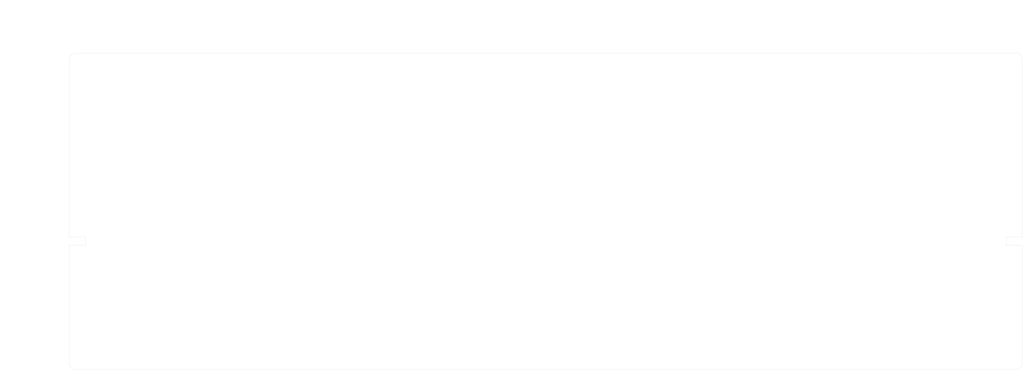
<source format=kicad_pcb>
(kicad_pcb (version 20221018) (generator pcbnew)
  (title_block (title "YM60 SwitchFoam") (date "2024-06-02") (rev "v1.0") (company "@ymkn"))
  (layers (0 "F.Cu" signal) (31 "B.Cu" signal) (34 "B.Paste" user) (35 "F.Paste" user) (36 "B.SilkS" user "B.Silkscreen") (37 "F.SilkS" user "F.Silkscreen") (38 "B.Mask" user) (39 "F.Mask" user) (44 "Edge.Cuts" user))
  (net 0 "")
  (footprint "ym60:SwitchPad_MountingHole" (layer "F.Cu") (at 355.6 76.125)
    (fp_text reference "REF**" hide)
    (fp_text value "SwitchPad_MountingHole" hide)
    (pad "" np_thru_hole circle (at 0 0) (size 7 7) (drill 7) (layers "F&B.Cu" "*.Mask"))
  )
  (footprint "ym60:SwitchPad_Stab_MX_3u" (layer "F.Cu") (at 223.8375 133.35 180)
    (fp_text reference "REF**" hide)
    (fp_text value "SwitchPad_Stab_MX_3u" hide)
    (pad "" np_thru_hole circle (at -19.05 -6.985 180) (size 3.4 3.4) (drill 3.4) (layers "F&B.Cu" "*.Mask"))
    (pad "" np_thru_hole circle (at -19.05 8.255 180) (size 4 4) (drill 4) (layers "F&B.Cu" "*.Mask"))
    (pad "" np_thru_hole circle (at 19.05 -6.985 180) (size 3.4 3.4) (drill 3.4) (layers "F&B.Cu" "*.Mask"))
    (pad "" np_thru_hole circle (at 19.05 8.255 180) (size 4 4) (drill 4) (layers "F&B.Cu" "*.Mask"))
  )
  (footprint "ym60:SwitchPad_MountingHole" (layer "F.Cu") (at 120.75 76.125)
    (fp_text reference "REF**" hide)
    (fp_text value "SwitchPad_MountingHole" hide)
    (pad "" np_thru_hole circle (at 0 0) (size 7 7) (drill 7) (layers "F&B.Cu" "*.Mask"))
  )
  (footprint "ym60:SwitchPad_Stab_MX_2u" (layer "F.Cu") (at 114.3 114.3)
    (fp_text reference "REF**" hide)
    (fp_text value "SwitchPad_Stab_MX_2u" hide)
    (pad "" np_thru_hole circle (at -11.90625 -6.985) (size 3.4 3.4) (drill 3.4) (layers "F&B.Cu" "*.Mask"))
    (pad "" np_thru_hole circle (at -11.90625 8.255) (size 4 4) (drill 4) (layers "F&B.Cu" "*.Mask"))
    (pad "" np_thru_hole circle (at 11.90625 -6.985) (size 3.4 3.4) (drill 3.4) (layers "F&B.Cu" "*.Mask"))
    (pad "" np_thru_hole circle (at 11.90625 8.255) (size 4 4) (drill 4) (layers "F&B.Cu" "*.Mask"))
  )
  (footprint "ym60:SwitchPad_Stab_MX_2u" (layer "F.Cu") (at 223.8375 133.35 180)
    (fp_text reference "REF**" hide)
    (fp_text value "SwitchPad_Stab_MX_2u" hide)
    (pad "" np_thru_hole circle (at -11.90625 -6.985 180) (size 3.4 3.4) (drill 3.4) (layers "F&B.Cu" "*.Mask"))
    (pad "" np_thru_hole circle (at -11.90625 8.255 180) (size 4 4) (drill 4) (layers "F&B.Cu" "*.Mask"))
    (pad "" np_thru_hole circle (at 11.90625 -6.985 180) (size 3.4 3.4) (drill 3.4) (layers "F&B.Cu" "*.Mask"))
    (pad "" np_thru_hole circle (at 11.90625 8.255 180) (size 4 4) (drill 4) (layers "F&B.Cu" "*.Mask"))
  )
  (footprint "ym60:SwitchPad_Stab_MX_ISO" (layer "F.Cu") (at 369.09375 85.725)
    (fp_text reference "REF**" hide)
    (fp_text value "SwitchPad_Stab_MX_ISO" hide)
    (pad "" np_thru_hole circle (at -6.985 -11.90625 90) (size 3.4 3.4) (drill 3.4) (layers "F&B.Cu" "*.Mask"))
    (pad "" np_thru_hole circle (at -6.985 11.90625 90) (size 3.4 3.4) (drill 3.4) (layers "F&B.Cu" "*.Mask"))
    (pad "" np_thru_hole circle (at 8.255 -11.90625 90) (size 4 4) (drill 4) (layers "F&B.Cu" "*.Mask"))
    (pad "" np_thru_hole circle (at 8.255 11.90625 90) (size 4 4) (drill 4) (layers "F&B.Cu" "*.Mask"))
  )
  (footprint "ym60:SwitchPad_Stab_MX_2u" (layer "F.Cu") (at 361.95 57.15)
    (fp_text reference "REF**" hide)
    (fp_text value "SwitchPad_Stab_MX_2u" hide)
    (pad "" np_thru_hole circle (at -11.90625 -6.985) (size 3.4 3.4) (drill 3.4) (layers "F&B.Cu" "*.Mask"))
    (pad "" np_thru_hole circle (at -11.90625 8.255) (size 4 4) (drill 4) (layers "F&B.Cu" "*.Mask"))
    (pad "" np_thru_hole circle (at 11.90625 -6.985) (size 3.4 3.4) (drill 3.4) (layers "F&B.Cu" "*.Mask"))
    (pad "" np_thru_hole circle (at 11.90625 8.255) (size 4 4) (drill 4) (layers "F&B.Cu" "*.Mask"))
  )
  (footprint "ym60:SwitchPad_Stab_MX_2.25u" (layer "F.Cu") (at 359.56875 95.25)
    (fp_text reference "REF**" hide)
    (fp_text value "SwitchPad_Stab_MX_2.25u" hide)
    (pad "" np_thru_hole circle (at -11.90625 -6.985) (size 3.4 3.4) (drill 3.4) (layers "F&B.Cu" "*.Mask"))
    (pad "" np_thru_hole circle (at -11.90625 8.255) (size 4 4) (drill 4) (layers "F&B.Cu" "*.Mask"))
    (pad "" np_thru_hole circle (at 11.90625 -6.985) (size 3.4 3.4) (drill 3.4) (layers "F&B.Cu" "*.Mask"))
    (pad "" np_thru_hole circle (at 11.90625 8.255) (size 4 4) (drill 4) (layers "F&B.Cu" "*.Mask"))
  )
  (footprint "ym60:SwitchPad_1u" (layer "B.Cu") (at 200.025 114.3 180)
    (fp_text reference "SW24" hide)
    (fp_text value "SW_Push" hide)
    (pad "" np_thru_hole circle (at -5.08 0 180) (size 1.8 1.8) (drill 1.8) (layers "F&B.Cu" "*.Mask"))
    (pad "" np_thru_hole circle (at 0 0 180) (size 4 4) (drill 4) (layers "F&B.Cu" "*.Mask"))
    (pad "" np_thru_hole circle (at 5.08 0 180) (size 1.8 1.8) (drill 1.8) (layers "F&B.Cu" "*.Mask"))
  )
  (footprint "ym60:SwitchPad_1u" (layer "B.Cu") (at 223.8375 133.35 180)
    (fp_text reference "SW29" hide)
    (fp_text value "Space" hide)
    (pad "" np_thru_hole circle (at -5.08 0 180) (size 1.8 1.8) (drill 1.8) (layers "F&B.Cu" "*.Mask"))
    (pad "" np_thru_hole circle (at 0 0 180) (size 4 4) (drill 4) (layers "F&B.Cu" "*.Mask"))
    (pad "" np_thru_hole circle (at 5.08 0 180) (size 1.8 1.8) (drill 1.8) (layers "F&B.Cu" "*.Mask"))
  )
  (footprint "ym60:SwitchPad_1u" (layer "B.Cu") (at 157.1625 95.25 180)
    (fp_text reference "SW13" hide)
    (fp_text value "SW_Push" hide)
    (pad "" np_thru_hole circle (at -5.08 0 180) (size 1.8 1.8) (drill 1.8) (layers "F&B.Cu" "*.Mask"))
    (pad "" np_thru_hole circle (at 0 0 180) (size 4 4) (drill 4) (layers "F&B.Cu" "*.Mask"))
    (pad "" np_thru_hole circle (at 5.08 0 180) (size 1.8 1.8) (drill 1.8) (layers "F&B.Cu" "*.Mask"))
  )
  (footprint "ym60:SwitchPad_1u" (layer "B.Cu") (at 323.85 76.2 180)
    (fp_text reference "SW54" hide)
    (fp_text value "SW_Push" hide)
    (pad "" np_thru_hole circle (at -5.08 0 180) (size 1.8 1.8) (drill 1.8) (layers "F&B.Cu" "*.Mask"))
    (pad "" np_thru_hole circle (at 0 0 180) (size 4 4) (drill 4) (layers "F&B.Cu" "*.Mask"))
    (pad "" np_thru_hole circle (at 5.08 0 180) (size 1.8 1.8) (drill 1.8) (layers "F&B.Cu" "*.Mask"))
  )
  (footprint "ym60:SwitchPad_1u" (layer "B.Cu") (at 209.55 76.2 180)
    (fp_text reference "SW26" hide)
    (fp_text value "SW_Push" hide)
    (pad "" np_thru_hole circle (at -5.08 0 180) (size 1.8 1.8) (drill 1.8) (layers "F&B.Cu" "*.Mask"))
    (pad "" np_thru_hole circle (at 0 0 180) (size 4 4) (drill 4) (layers "F&B.Cu" "*.Mask"))
    (pad "" np_thru_hole circle (at 5.08 0 180) (size 1.8 1.8) (drill 1.8) (layers "F&B.Cu" "*.Mask"))
  )
  (footprint "ym60:SwitchPad_1u" (layer "B.Cu") (at 276.225 114.3 180)
    (fp_text reference "SW41" hide)
    (fp_text value "SW_Push" hide)
    (pad "" np_thru_hole circle (at -5.08 0 180) (size 1.8 1.8) (drill 1.8) (layers "F&B.Cu" "*.Mask"))
    (pad "" np_thru_hole circle (at 0 0 180) (size 4 4) (drill 4) (layers "F&B.Cu" "*.Mask"))
    (pad "" np_thru_hole circle (at 5.08 0 180) (size 1.8 1.8) (drill 1.8) (layers "F&B.Cu" "*.Mask"))
  )
  (footprint "ym60:SwitchPad_1u" (layer "B.Cu") (at 161.925 57.15 180)
    (fp_text reference "SW16" hide)
    (fp_text value "SW_Push" hide)
    (pad "" np_thru_hole circle (at -5.08 0 180) (size 1.8 1.8) (drill 1.8) (layers "F&B.Cu" "*.Mask"))
    (pad "" np_thru_hole circle (at 0 0 180) (size 4 4) (drill 4) (layers "F&B.Cu" "*.Mask"))
    (pad "" np_thru_hole circle (at 5.08 0 180) (size 1.8 1.8) (drill 1.8) (layers "F&B.Cu" "*.Mask"))
  )
  (footprint "ym60:SwitchPad_1u" (layer "B.Cu") (at 238.125 114.3 180)
    (fp_text reference "SW33" hide)
    (fp_text value "SW_Push" hide)
    (pad "" np_thru_hole circle (at -5.08 0 180) (size 1.8 1.8) (drill 1.8) (layers "F&B.Cu" "*.Mask"))
    (pad "" np_thru_hole circle (at 0 0 180) (size 4 4) (drill 4) (layers "F&B.Cu" "*.Mask"))
    (pad "" np_thru_hole circle (at 5.08 0 180) (size 1.8 1.8) (drill 1.8) (layers "F&B.Cu" "*.Mask"))
  )
  (footprint "ym60:SwitchPad_1.25u" (layer "B.Cu") (at 159.54375 133.35 180)
    (fp_text reference "SW15" hide)
    (fp_text value "SW_Push" hide)
    (pad "" np_thru_hole circle (at -5.08 0 180) (size 1.8 1.8) (drill 1.8) (layers "F&B.Cu" "*.Mask"))
    (pad "" np_thru_hole circle (at 0 0 180) (size 4 4) (drill 4) (layers "F&B.Cu" "*.Mask"))
    (pad "" np_thru_hole circle (at 5.08 0 180) (size 1.8 1.8) (drill 1.8) (layers "F&B.Cu" "*.Mask"))
  )
  (footprint "ym60:SwitchPad_1u" (layer "B.Cu") (at 200.025 57.15 180)
    (fp_text reference "SW25" hide)
    (fp_text value "SW_Push" hide)
    (pad "" np_thru_hole circle (at -5.08 0 180) (size 1.8 1.8) (drill 1.8) (layers "F&B.Cu" "*.Mask"))
    (pad "" np_thru_hole circle (at 0 0 180) (size 4 4) (drill 4) (layers "F&B.Cu" "*.Mask"))
    (pad "" np_thru_hole circle (at 5.08 0 180) (size 1.8 1.8) (drill 1.8) (layers "F&B.Cu" "*.Mask"))
  )
  (footprint "ym60:SwitchPad_1u" (layer "B.Cu") (at 152.4 76.2 180)
    (fp_text reference "SW12" hide)
    (fp_text value "SW_Push" hide)
    (pad "" np_thru_hole circle (at -5.08 0 180) (size 1.8 1.8) (drill 1.8) (layers "F&B.Cu" "*.Mask"))
    (pad "" np_thru_hole circle (at 0 0 180) (size 4 4) (drill 4) (layers "F&B.Cu" "*.Mask"))
    (pad "" np_thru_hole circle (at 5.08 0 180) (size 1.8 1.8) (drill 1.8) (layers "F&B.Cu" "*.Mask"))
  )
  (footprint "ym60:SwitchPad_1.25u" (layer "B.Cu") (at 135.73125 133.35 180)
    (fp_text reference "SW10" hide)
    (fp_text value "SW_Push" hide)
    (pad "" np_thru_hole circle (at -5.08 0 180) (size 1.8 1.8) (drill 1.8) (layers "F&B.Cu" "*.Mask"))
    (pad "" np_thru_hole circle (at 0 0 180) (size 4 4) (drill 4) (layers "F&B.Cu" "*.Mask"))
    (pad "" np_thru_hole circle (at 5.08 0 180) (size 1.8 1.8) (drill 1.8) (layers "F&B.Cu" "*.Mask"))
  )
  (footprint "ym60:SwitchPad_1u" (layer "B.Cu") (at 176.2125 95.25 180)
    (fp_text reference "SW18" hide)
    (fp_text value "SW_Push" hide)
    (pad "" np_thru_hole circle (at -5.08 0 180) (size 1.8 1.8) (drill 1.8) (layers "F&B.Cu" "*.Mask"))
    (pad "" np_thru_hole circle (at 0 0 180) (size 4 4) (drill 4) (layers "F&B.Cu" "*.Mask"))
    (pad "" np_thru_hole circle (at 5.08 0 180) (size 1.8 1.8) (drill 1.8) (layers "F&B.Cu" "*.Mask"))
  )
  (footprint "ym60:SwitchPad_1u" (layer "B.Cu") (at 180.975 57.15 180)
    (fp_text reference "SW21" hide)
    (fp_text value "SW_Push" hide)
    (pad "" np_thru_hole circle (at -5.08 0 180) (size 1.8 1.8) (drill 1.8) (layers "F&B.Cu" "*.Mask"))
    (pad "" np_thru_hole circle (at 0 0 180) (size 4 4) (drill 4) (layers "F&B.Cu" "*.Mask"))
    (pad "" np_thru_hole circle (at 5.08 0 180) (size 1.8 1.8) (drill 1.8) (layers "F&B.Cu" "*.Mask"))
  )
  (footprint "ym60:SwitchPad_1u" (layer "B.Cu") (at 352.425 57.15 180)
    (fp_text reference "SW59" hide)
    (fp_text value "SW_Push" hide)
    (pad "" np_thru_hole circle (at -5.08 0 180) (size 1.8 1.8) (drill 1.8) (layers "F&B.Cu" "*.Mask"))
    (pad "" np_thru_hole circle (at 0 0 180) (size 4 4) (drill 4) (layers "F&B.Cu" "*.Mask"))
    (pad "" np_thru_hole circle (at 5.08 0 180) (size 1.8 1.8) (drill 1.8) (layers "F&B.Cu" "*.Mask"))
  )
  (footprint "ym60:SwitchPad_1.5u" (layer "B.Cu") (at 109.5375 133.35 180)
    (fp_text reference "SW5" hide)
    (fp_text value "SW_Push" hide)
    (pad "" np_thru_hole circle (at -5.08 0 180) (size 1.8 1.8) (drill 1.8) (layers "F&B.Cu" "*.Mask"))
    (pad "" np_thru_hole circle (at 0 0 180) (size 4 4) (drill 4) (layers "F&B.Cu" "*.Mask"))
    (pad "" np_thru_hole circle (at 5.08 0 180) (size 1.8 1.8) (drill 1.8) (layers "F&B.Cu" "*.Mask"))
  )
  (footprint "ym60:SwitchPad_1.5u" (layer "B.Cu") (at 366.7125 76.2)
    (fp_text reference "SW64" hide)
    (fp_text value "Backslash" hide)
    (pad "" np_thru_hole circle (at -5.08 0) (size 1.8 1.8) (drill 1.8) (layers "F&B.Cu" "*.Mask"))
    (pad "" np_thru_hole circle (at 0 0) (size 4 4) (drill 4) (layers "F&B.Cu" "*.Mask"))
    (pad "" np_thru_hole circle (at 5.08 0) (size 1.8 1.8) (drill 1.8) (layers "F&B.Cu" "*.Mask"))
  )
  (footprint "ym60:SwitchPad_1u" (layer "B.Cu") (at 219.075 114.3 180)
    (fp_text reference "SW28" hide)
    (fp_text value "SW_Push" hide)
    (pad "" np_thru_hole circle (at -5.08 0 180) (size 1.8 1.8) (drill 1.8) (layers "F&B.Cu" "*.Mask"))
    (pad "" np_thru_hole circle (at 0 0 180) (size 4 4) (drill 4) (layers "F&B.Cu" "*.Mask"))
    (pad "" np_thru_hole circle (at 5.08 0 180) (size 1.8 1.8) (drill 1.8) (layers "F&B.Cu" "*.Mask"))
  )
  (footprint "ym60:SwitchPad_1.75u" (layer "B.Cu") (at 111.91875 95.25 180)
    (fp_text reference "SW3" hide)
    (fp_text value "SW_Push" hide)
    (pad "" np_thru_hole circle (at -5.08 0 180) (size 1.8 1.8) (drill 1.8) (layers "F&B.Cu" "*.Mask"))
    (pad "" np_thru_hole circle (at 0 0 180) (size 4 4) (drill 4) (layers "F&B.Cu" "*.Mask"))
    (pad "" np_thru_hole circle (at 5.08 0 180) (size 1.8 1.8) (drill 1.8) (layers "F&B.Cu" "*.Mask"))
  )
  (footprint "ym60:SwitchPad_1u" (layer "B.Cu") (at 271.4625 95.25 180)
    (fp_text reference "SW40" hide)
    (fp_text value "SW_Push" hide)
    (pad "" np_thru_hole circle (at -5.08 0 180) (size 1.8 1.8) (drill 1.8) (layers "F&B.Cu" "*.Mask"))
    (pad "" np_thru_hole circle (at 0 0 180) (size 4 4) (drill 4) (layers "F&B.Cu" "*.Mask"))
    (pad "" np_thru_hole circle (at 5.08 0 180) (size 1.8 1.8) (drill 1.8) (layers "F&B.Cu" "*.Mask"))
  )
  (footprint "ym60:SwitchPad_1.25u" (layer "B.Cu") (at 288.13125 133.35 180)
    (fp_text reference "SW47" hide)
    (fp_text value "SW_Push" hide)
    (pad "" np_thru_hole circle (at -5.08 0 180) (size 1.8 1.8) (drill 1.8) (layers "F&B.Cu" "*.Mask"))
    (pad "" np_thru_hole circle (at 0 0 180) (size 4 4) (drill 4) (layers "F&B.Cu" "*.Mask"))
    (pad "" np_thru_hole circle (at 5.08 0 180) (size 1.8 1.8) (drill 1.8) (layers "F&B.Cu" "*.Mask"))
  )
  (footprint "ym60:SwitchPad_1u" (layer "B.Cu") (at 180.975 114.3 180)
    (fp_text reference "SW19" hide)
    (fp_text value "SW_Push" hide)
    (pad "" np_thru_hole circle (at -5.08 0 180) (size 1.8 1.8) (drill 1.8) (layers "F&B.Cu" "*.Mask"))
    (pad "" np_thru_hole circle (at 0 0 180) (size 4 4) (drill 4) (layers "F&B.Cu" "*.Mask"))
    (pad "" np_thru_hole circle (at 5.08 0 180) (size 1.8 1.8) (drill 1.8) (layers "F&B.Cu" "*.Mask"))
  )
  (footprint "ym60:SwitchPad_1u" (layer "B.Cu") (at 371.475 114.3 180)
    (fp_text reference "SW66" hide)
    (fp_text value "SW_Push" hide)
    (pad "" np_thru_hole circle (at -5.08 0 180) (size 1.8 1.8) (drill 1.8) (layers "F&B.Cu" "*.Mask"))
    (pad "" np_thru_hole circle (at 0 0 180) (size 4 4) (drill 4) (layers "F&B.Cu" "*.Mask"))
    (pad "" np_thru_hole circle (at 5.08 0 180) (size 1.8 1.8) (drill 1.8) (layers "F&B.Cu" "*.Mask"))
  )
  (footprint "ym60:SwitchPad_1u" (layer "B.Cu") (at 252.4125 95.25 180)
    (fp_text reference "SW36" hide)
    (fp_text value "SW_Push" hide)
    (pad "" np_thru_hole circle (at -5.08 0 180) (size 1.8 1.8) (drill 1.8) (layers "F&B.Cu" "*.Mask"))
    (pad "" np_thru_hole circle (at 0 0 180) (size 4 4) (drill 4) (layers "F&B.Cu" "*.Mask"))
    (pad "" np_thru_hole circle (at 5.08 0 180) (size 1.8 1.8) (drill 1.8) (layers "F&B.Cu" "*.Mask"))
  )
  (footprint "ym60:SwitchPad_1u" (layer "B.Cu") (at 328.6125 95.25 180)
    (fp_text reference "SW55" hide)
    (fp_text value "SW_Push" hide)
    (pad "" np_thru_hole circle (at -5.08 0 180) (size 1.8 1.8) (drill 1.8) (layers "F&B.Cu" "*.Mask"))
    (pad "" np_thru_hole circle (at 0 0 180) (size 4 4) (drill 4) (layers "F&B.Cu" "*.Mask"))
    (pad "" np_thru_hole circle (at 5.08 0 180) (size 1.8 1.8) (drill 1.8) (layers "F&B.Cu" "*.Mask"))
  )
  (footprint "ym60:SwitchPad_1u" (layer "B.Cu") (at 123.825 57.15)
    (fp_text reference "SW6" hide)
    (fp_text value "SW_Push" hide)
    (pad "" np_thru_hole circle (at -5.08 0) (size 1.8 1.8) (drill 1.8) (layers "F&B.Cu" "*.Mask"))
    (pad "" np_thru_hole circle (at 0 0) (size 4 4) (drill 4) (layers "F&B.Cu" "*.Mask"))
    (pad "" np_thru_hole circle (at 5.08 0) (size 1.8 1.8) (drill 1.8) (layers "F&B.Cu" "*.Mask"))
  )
  (footprint "ym60:SwitchPad_1u" (layer "B.Cu") (at 347.6625 95.25 180)
    (fp_text reference "SW59" hide)
    (fp_text value "SW_Push" hide)
    (pad "" np_thru_hole circle (at -5.08 0 180) (size 1.8 1.8) (drill 1.8) (layers "F&B.Cu" "*.Mask"))
    (pad "" np_thru_hole circle (at 0 0 180) (size 4 4) (drill 4) (layers "F&B.Cu" "*.Mask"))
    (pad "" np_thru_hole circle (at 5.08 0 180) (size 1.8 1.8) (drill 1.8) (layers "F&B.Cu" "*.Mask"))
  )
  (footprint "ym60:SwitchPad_1u" (layer "B.Cu") (at 247.65 76.2 180)
    (fp_text reference "SW35" hide)
    (fp_text value "SW_Push" hide)
    (pad "" np_thru_hole circle (at -5.08 0 180) (size 1.8 1.8) (drill 1.8) (layers "F&B.Cu" "*.Mask"))
    (pad "" np_thru_hole circle (at 0 0 180) (size 4 4) (drill 4) (layers "F&B.Cu" "*.Mask"))
    (pad "" np_thru_hole circle (at 5.08 0 180) (size 1.8 1.8) (drill 1.8) (layers "F&B.Cu" "*.Mask"))
  )
  (footprint "ym60:SwitchPad_1u" (layer "B.Cu") (at 276.225 57.15 180)
    (fp_text reference "SW43" hide)
    (fp_text value "SW_Push" hide)
    (pad "" np_thru_hole circle (at -5.08 0 180) (size 1.8 1.8) (drill 1.8) (layers "F&B.Cu" "*.Mask"))
    (pad "" np_thru_hole circle (at 0 0 180) (size 4 4) (drill 4) (layers "F&B.Cu" "*.Mask"))
    (pad "" np_thru_hole circle (at 5.08 0 180) (size 1.8 1.8) (drill 1.8) (layers "F&B.Cu" "*.Mask"))
  )
  (footprint "ym60:SwitchPad_1u" (layer "B.Cu") (at 171.45 76.2 180)
    (fp_text reference "SW17" hide)
    (fp_text value "SW_Push" hide)
    (pad "" np_thru_hole circle (at -5.08 0 180) (size 1.8 1.8) (drill 1.8) (layers "F&B.Cu" "*.Mask"))
    (pad "" np_thru_hole circle (at 0 0 180) (size 4 4) (drill 4) (layers "F&B.Cu" "*.Mask"))
    (pad "" np_thru_hole circle (at 5.08 0 180) (size 1.8 1.8) (drill 1.8) (layers "F&B.Cu" "*.Mask"))
  )
  (footprint "ym60:SwitchPad_1.25u" (layer "B.Cu") (at 311.94375 133.35 180)
    (fp_text reference "SW52" hide)
    (fp_text value "SW_Push" hide)
    (pad "" np_thru_hole circle (at -5.08 0 180) (size 1.8 1.8) (drill 1.8) (layers "F&B.Cu" "*.Mask"))
    (pad "" np_thru_hole circle (at 0 0 180) (size 4 4) (drill 4) (layers "F&B.Cu" "*.Mask"))
    (pad "" np_thru_hole circle (at 5.08 0 180) (size 1.8 1.8) (drill 1.8) (layers "F&B.Cu" "*.Mask"))
  )
  (footprint "ym60:SwitchPad_1u" (layer "B.Cu") (at 342.9 76.2 180)
    (fp_text reference "SW59" hide)
    (fp_text value "SW_Push" hide)
    (pad "" np_thru_hole circle (at -5.08 0 180) (size 1.8 1.8) (drill 1.8) (layers "F&B.Cu" "*.Mask"))
    (pad "" np_thru_hole circle (at 0 0 180) (size 4 4) (drill 4) (layers "F&B.Cu" "*.Mask"))
    (pad "" np_thru_hole circle (at 5.08 0 180) (size 1.8 1.8) (drill 1.8) (layers "F&B.Cu" "*.Mask"))
  )
  (footprint "ym60:SwitchPad_1u" (layer "B.Cu") (at 371.475 57.15 180)
    (fp_text reference "SW59" hide)
    (fp_text value "SW_Push" hide)
    (pad "" np_thru_hole circle (at -5.08 0 180) (size 1.8 1.8) (drill 1.8) (layers "F&B.Cu" "*.Mask"))
    (pad "" np_thru_hole circle (at 0 0 180) (size 4 4) (drill 4) (layers "F&B.Cu" "*.Mask"))
    (pad "" np_thru_hole circle (at 5.08 0 180) (size 1.8 1.8) (drill 1.8) (layers "F&B.Cu" "*.Mask"))
  )
  (footprint "ym60:SwitchPad_1u" (layer "B.Cu") (at 219.075 57.15 180)
    (fp_text reference "SW30" hide)
    (fp_text value "SW_Push" hide)
    (pad "" np_thru_hole circle (at -5.08 0 180) (size 1.8 1.8) (drill 1.8) (layers "F&B.Cu" "*.Mask"))
    (pad "" np_thru_hole circle (at 0 0 180) (size 4 4) (drill 4) (layers "F&B.Cu" "*.Mask"))
    (pad "" np_thru_hole circle (at 5.08 0 180) (size 1.8 1.8) (drill 1.8) (layers "F&B.Cu" "*.Mask"))
  )
  (footprint "ym60:SwitchPad_1u" (layer "B.Cu") (at 114.3 114.3 180)
    (fp_text reference "SW4" hide)
    (fp_text value "SW_Push" hide)
    (pad "" np_thru_hole circle (at -5.08 0 180) (size 1.8 1.8) (drill 1.8) (layers "F&B.Cu" "*.Mask"))
    (pad "" np_thru_hole circle (at 0 0 180) (size 4 4) (drill 4) (layers "F&B.Cu" "*.Mask"))
    (pad "" np_thru_hole circle (at 5.08 0 180) (size 1.8 1.8) (drill 1.8) (layers "F&B.Cu" "*.Mask"))
  )
  (footprint "ym60:SwitchPad_1.5u" (layer "B.Cu") (at 109.5375 76.2 180)
    (fp_text reference "SW2" hide)
    (fp_text value "SW_Push" hide)
    (pad "" np_thru_hole circle (at -5.08 0 180) (size 1.8 1.8) (drill 1.8) (layers "F&B.Cu" "*.Mask"))
    (pad "" np_thru_hole circle (at 0 0 180) (size 4 4) (drill 4) (layers "F&B.Cu" "*.Mask"))
    (pad "" np_thru_hole circle (at 5.08 0 180) (size 1.8 1.8) (drill 1.8) (layers "F&B.Cu" "*.Mask"))
  )
  (footprint "ym60:SwitchPad_1u" (layer "B.Cu") (at 333.375 57.15 180)
    (fp_text reference "SW58" hide)
    (fp_text value "SW_Push" hide)
    (pad "" np_thru_hole circle (at -5.08 0 180) (size 1.8 1.8) (drill 1.8) (layers "F&B.Cu" "*.Mask"))
    (pad "" np_thru_hole circle (at 0 0 180) (size 4 4) (drill 4) (layers "F&B.Cu" "*.Mask"))
    (pad "" np_thru_hole circle (at 5.08 0 180) (size 1.8 1.8) (drill 1.8) (layers "F&B.Cu" "*.Mask"))
  )
  (footprint "ym60:SwitchPad_1u" (layer "B.Cu") (at 257.175 57.15 180)
    (fp_text reference "SW38" hide)
    (fp_text value "SW_Push" hide)
    (pad "" np_thru_hole circle (at -5.08 0 180) (size 1.8 1.8) (drill 1.8) (layers "F&B.Cu" "*.Mask"))
    (pad "" np_thru_hole circle (at 0 0 180) (size 4 4) (drill 4) (layers "F&B.Cu" "*.Mask"))
    (pad "" np_thru_hole circle (at 5.08 0 180) (size 1.8 1.8) (drill 1.8) (layers "F&B.Cu" "*.Mask"))
  )
  (footprint "ym60:SwitchPad_1u" (layer "B.Cu") (at 161.925 114.3 180)
    (fp_text reference "SW14" hide)
    (fp_text value "SW_Push" hide)
    (pad "" np_thru_hole circle (at -5.08 0 180) (size 1.8 1.8) (drill 1.8) (layers "F&B.Cu" "*.Mask"))
    (pad "" np_thru_hole circle (at 0 0 180) (size 4 4) (drill 4) (layers "F&B.Cu" "*.Mask"))
    (pad "" np_thru_hole circle (at 5.08 0 180) (size 1.8 1.8) (drill 1.8) (layers "F&B.Cu" "*.Mask"))
  )
  (footprint "ym60:SwitchPad_1u" (layer "B.Cu") (at 142.875 114.3 180)
    (fp_text reference "SW9" hide)
    (fp_text value "SW_Push" hide)
    (pad "" np_thru_hole circle (at -5.08 0 180) (size 1.8 1.8) (drill 1.8) (layers "F&B.Cu" "*.Mask"))
    (pad "" np_thru_hole circle (at 0 0 180) (size 4 4) (drill 4) (layers "F&B.Cu" "*.Mask"))
    (pad "" np_thru_hole circle (at 5.08 0 180) (size 1.8 1.8) (drill 1.8) (layers "F&B.Cu" "*.Mask"))
  )
  (footprint "ym60:SwitchPad_1u" (layer "B.Cu") (at 133.35 76.2 180)
    (fp_text reference "SW7" hide)
    (fp_text value "SW_Push" hide)
    (pad "" np_thru_hole circle (at -5.08 0 180) (size 1.8 1.8) (drill 1.8) (layers "F&B.Cu" "*.Mask"))
    (pad "" np_thru_hole circle (at 0 0 180) (size 4 4) (drill 4) (layers "F&B.Cu" "*.Mask"))
    (pad "" np_thru_hole circle (at 5.08 0 180) (size 1.8 1.8) (drill 1.8) (layers "F&B.Cu" "*.Mask"))
  )
  (footprint "ym60:SwitchPad_1u" (layer "B.Cu") (at 359.56875 95.325 180)
    (fp_text reference "SW65" hide)
    (fp_text value "Enter" hide)
    (pad "" np_thru_hole circle (at -5.08 0 180) (size 1.8 1.8) (drill 1.8) (layers "F&B.Cu" "*.Mask"))
    (pad "" np_thru_hole circle (at 0 0 180) (size 4 4) (drill 4) (layers "F&B.Cu" "*.Mask"))
    (pad "" np_thru_hole circle (at 5.08 0 180) (size 1.8 1.8) (drill 1.8) (layers "F&B.Cu" "*.Mask"))
  )
  (footprint "ym60:SwitchPad_1u" (layer "B.Cu") (at 238.125 57.15 180)
    (fp_text reference "SW34" hide)
    (fp_text value "SW_Push" hide)
    (pad "" np_thru_hole circle (at -5.08 0 180) (size 1.8 1.8) (drill 1.8) (layers "F&B.Cu" "*.Mask"))
    (pad "" np_thru_hole circle (at 0 0 180) (size 4 4) (drill 4) (layers "F&B.Cu" "*.Mask"))
    (pad "" np_thru_hole circle (at 5.08 0 180) (size 1.8 1.8) (drill 1.8) (layers "F&B.Cu" "*.Mask"))
  )
  (footprint "ym60:SwitchPad_1u" (layer "B.Cu") (at 352.425 133.35 180)
    (fp_text reference "SW62" hide)
    (fp_text value "SW_Push" hide)
    (pad "" np_thru_hole circle (at -5.08 0 180) (size 1.8 1.8) (drill 1.8) (layers "F&B.Cu" "*.Mask"))
    (pad "" np_thru_hole circle (at 0 0 180) (size 4 4) (drill 4) (layers "F&B.Cu" "*.Mask"))
    (pad "" np_thru_hole circle (at 5.08 0 180) (size 1.8 1.8) (drill 1.8) (layers "F&B.Cu" "*.Mask"))
  )
  (footprint "ym60:SwitchPad_1u" (layer "B.Cu") (at 190.5 76.2 180)
    (fp_text reference "SW22" hide)
    (fp_text value "SW_Push" hide)
    (pad "" np_thru_hole circle (at -5.08 0 180) (size 1.8 1.8) (drill 1.8) (layers "F&B.Cu" "*.Mask"))
    (pad "" np_thru_hole circle (at 0 0 180) (size 4 4) (drill 4) (layers "F&B.Cu" "*.Mask"))
    (pad "" np_thru_hole circle (at 5.08 0 180) (size 1.8 1.8) (drill 1.8) (layers "F&B.Cu" "*.Mask"))
  )
  (footprint "ym60:SwitchPad_1u" (layer "B.Cu") (at 304.8 76.2 180)
    (fp_text reference "SW49" hide)
    (fp_text value "SW_Push" hide)
    (pad "" np_thru_hole circle (at -5.08 0 180) (size 1.8 1.8) (drill 1.8) (layers "F&B.Cu" "*.Mask"))
    (pad "" np_thru_hole circle (at 0 0 180) (size 4 4) (drill 4) (layers "F&B.Cu" "*.Mask"))
    (pad "" np_thru_hole circle (at 5.08 0 180) (size 1.8 1.8) (drill 1.8) (layers "F&B.Cu" "*.Mask"))
  )
  (footprint "ym60:SwitchPad_1u" (layer "B.Cu") (at 257.175 114.3 180)
    (fp_text reference "SW37" hide)
    (fp_text value "SW_Push" hide)
    (pad "" np_thru_hole circle (at -5.08 0 180) (size 1.8 1.8) (drill 1.8) (layers "F&B.Cu" "*.Mask"))
    (pad "" np_thru_hole circle (at 0 0 180) (size 4 4) (drill 4) (layers "F&B.Cu" "*.Mask"))
    (pad "" np_thru_hole circle (at 5.08 0 180) (size 1.8 1.8) (drill 1.8) (layers "F&B.Cu" "*.Mask"))
  )
  (footprint "ym60:SwitchPad_1u" (layer "B.Cu") (at 104.775 57.15)
    (fp_text reference "SW1" hide)
    (fp_text value "SW_Push" hide)
    (pad "" np_thru_hole circle (at -5.08 0) (size 1.8 1.8) (drill 1.8) (layers "F&B.Cu" "*.Mask"))
    (pad "" np_thru_hole circle (at 0 0) (size 4 4) (drill 4) (layers "F&B.Cu" "*.Mask"))
    (pad "" np_thru_hole circle (at 5.08 0) (size 1.8 1.8) (drill 1.8) (layers "F&B.Cu" "*.Mask"))
  )
  (footprint "ym60:SwitchPad_1u" (layer "B.Cu") (at 369.09375 85.725 180)
    (fp_text reference "SW54" hide)
    (fp_text value "SW_Push" hide)
    (pad "" np_thru_hole circle (at -5.08 0 180) (size 1.8 1.8) (drill 1.8) (layers "F&B.Cu" "*.Mask"))
    (pad "" np_thru_hole circle (at 0 0 180) (size 4 4) (drill 4) (layers "F&B.Cu" "*.Mask"))
    (pad "" np_thru_hole circle (at 5.08 0 180) (size 1.8 1.8) (drill 1.8) (layers "F&B.Cu" "*.Mask"))
  )
  (footprint "ym60:SwitchPad_1.25u" (layer "B.Cu") (at 183.35625 133.35 180)
    (fp_text reference "SW20" hide)
    (fp_text value "SW_Push" hide)
    (pad "" np_thru_hole circle (at -5.08 0 180) (size 1.8 1.8) (drill 1.8) (layers "F&B.Cu" "*.Mask"))
    (pad "" np_thru_hole circle (at 0 0 180) (size 4 4) (drill 4) (layers "F&B.Cu" "*.Mask"))
    (pad "" np_thru_hole circle (at 5.08 0 180) (size 1.8 1.8) (drill 1.8) (layers "F&B.Cu" "*.Mask"))
  )
  (footprint "ym60:SwitchPad_1u" (layer "B.Cu") (at 295.275 57.15 180)
    (fp_text reference "SW48" hide)
    (fp_text value "SW_Push" hide)
    (pad "" np_thru_hole circle (at -5.08 0 180) (size 1.8 1.8) (drill 1.8) (layers "F&B.Cu" "*.Mask"))
    (pad "" np_thru_hole circle (at 0 0 180) (size 4 4) (drill 4) (layers "F&B.Cu" "*.Mask"))
    (pad "" np_thru_hole circle (at 5.08 0 180) (size 1.8 1.8) (drill 1.8) (layers "F&B.Cu" "*.Mask"))
  )
  (footprint "ym60:SwitchPad_1u" (layer "B.Cu") (at 295.275 114.3 180)
    (fp_text reference "SW46" hide)
    (fp_text value "SW_Push" hide)
    (pad "" np_thru_hole circle (at -5.08 0 180) (size 1.8 1.8) (drill 1.8) (layers "F&B.Cu" "*.Mask"))
    (pad "" np_thru_hole circle (at 0 0 180) (size 4 4) (drill 4) (layers "F&B.Cu" "*.Mask"))
    (pad "" np_thru_hole circle (at 5.08 0 180) (size 1.8 1.8) (drill 1.8) (layers "F&B.Cu" "*.Mask"))
  )
  (footprint "ym60:SwitchPad_1u" (layer "B.Cu") (at 290.5125 95.25 180)
    (fp_text reference "SW45" hide)
    (fp_text value "SW_Push" hide)
    (pad "" np_thru_hole circle (at -5.08 0 180) (size 1.8 1.8) (drill 1.8) (layers "F&B.Cu" "*.Mask"))
    (pad "" np_thru_hole circle (at 0 0 180) (size 4 4) (drill 4) (layers "F&B.Cu" "*.Mask"))
    (pad "" np_thru_hole circle (at 5.08 0 180) (size 1.8 1.8) (drill 1.8) (layers "F&B.Cu" "*.Mask"))
  )
  (footprint "ym60:SwitchPad_1u" (layer "B.Cu") (at 285.75 76.2 180)
    (fp_text reference "SW44" hide)
    (fp_text value "SW_Push" hide)
    (pad "" np_thru_hole circle (at -5.08 0 180) (size 1.8 1.8) (drill 1.8) (layers "F&B.Cu" "*.Mask"))
    (pad "" np_thru_hole circle (at 0 0 180) (size 4 4) (drill 4) (layers "F&B.Cu" "*.Mask"))
    (pad "" np_thru_hole circle (at 5.08 0 180) (size 1.8 1.8) (drill 1.8) (layers "F&B.Cu" "*.Mask"))
  )
  (footprint "ym60:SwitchPad_1u" (layer "B.Cu") (at 352.425 114.3 180)
    (fp_text reference "SW61" hide)
    (fp_text value "SW_Push" hide)
    (pad "" np_thru_hole circle (at -5.08 0 180) (size 1.8 1.8) (drill 1.8) (layers "F&B.Cu" "*.Mask"))
    (pad "" np_thru_hole circle (at 0 0 180) (size 4 4) (drill 4) (layers "F&B.Cu" "*.Mask"))
    (pad "" np_thru_hole circle (at 5.08 0 180) (size 1.8 1.8) (drill 1.8) (layers "F&B.Cu" "*.Mask"))
  )
  (footprint "ym60:SwitchPad_1u" (layer "B.Cu") (at 333.375 114.3 180)
    (fp_text reference "SW56" hide)
    (fp_text value "SW_Push" hide)
    (pad "" np_thru_hole circle (at -5.08 0 180) (size 1.8 1.8) (drill 1.8) (layers "F&B.Cu" "*.Mask"))
    (pad "" np_thru_hole circle (at 0 0 180) (size 4 4) (drill 4) (layers "F&B.Cu" "*.Mask"))
    (pad "" np_thru_hole circle (at 5.08 0 180) (size 1.8 1.8) (drill 1.8) (layers "F&B.Cu" "*.Mask"))
  )
  (footprint "ym60:SwitchPad_1u" (layer "B.Cu") (at 309.5625 95.25 180)
    (fp_text reference "SW50" hide)
    (fp_text value "SW_Push" hide)
    (pad "" np_thru_hole circle (at -5.08 0 180) (size 1.8 1.8) (drill 1.8) (layers "F&B.Cu" "*.Mask"))
    (pad "" np_thru_hole circle (at 0 0 180) (size 4 4) (drill 4) (layers "F&B.Cu" "*.Mask"))
    (pad "" np_thru_hole circle (at 5.08 0 180) (size 1.8 1.8) (drill 1.8) (layers "F&B.Cu" "*.Mask"))
  )
  (footprint "ym60:SwitchPad_1u" (layer "B.Cu") (at 314.325 57.15 180)
    (fp_text reference "SW53" hide)
    (fp_text value "SW_Push" hide)
    (pad "" np_thru_hole circle (at -5.08 0 180) (size 1.8 1.8) (drill 1.8) (layers "F&B.Cu" "*.Mask"))
    (pad "" np_thru_hole circle (at 0 0 180) (size 4 4) (drill 4) (layers "F&B.Cu" "*.Mask"))
    (pad "" np_thru_hole circle (at 5.08 0 180) (size 1.8 1.8) (drill 1.8) (layers "F&B.Cu" "*.Mask"))
  )
  (footprint "ym60:SwitchPad_1u" (layer "B.Cu") (at 228.6 76.2 180)
    (fp_text reference "SW31" hide)
    (fp_text value "SW_Push" hide)
    (pad "" np_thru_hole circle (at -5.08 0 180) (size 1.8 1.8) (drill 1.8) (layers "F&B.Cu" "*.Mask"))
    (pad "" np_thru_hole circle (at 0 0 180) (size 4 4) (drill 4) (layers "F&B.Cu" "*.Mask"))
    (pad "" np_thru_hole circle (at 5.08 0 180) (size 1.8 1.8) (drill 1.8) (layers "F&B.Cu" "*.Mask"))
  )
  (footprint "ym60:SwitchPad_1u" (layer "B.Cu") (at 361.95 57.15 180)
    (fp_text reference "SW63" hide)
    (fp_text value "Backspace" hide)
    (pad "" np_thru_hole circle (at -5.08 0 180) (size 1.8 1.8) (drill 1.8) (layers "F&B.Cu" "*.Mask"))
    (pad "" np_thru_hole circle (at 0 0 180) (size 4 4) (drill 4) (layers "F&B.Cu" "*.Mask"))
    (pad "" np_thru_hole circle (at 5.08 0 180) (size 1.8 1.8) (drill 1.8) (layers "F&B.Cu" "*.Mask"))
  )
  (footprint "ym60:SwitchPad_1u" (layer "B.Cu") (at 233.3625 95.25 180)
    (fp_text reference "SW32" hide)
    (fp_text value "SW_Push" hide)
    (pad "" np_thru_hole circle (at -5.08 0 180) (size 1.8 1.8) (drill 1.8) (layers "F&B.Cu" "*.Mask"))
    (pad "" np_thru_hole circle (at 0 0 180) (size 4 4) (drill 4) (layers "F&B.Cu" "*.Mask"))
    (pad "" np_thru_hole circle (at 5.08 0 180) (size 1.8 1.8) (drill 1.8) (layers "F&B.Cu" "*.Mask"))
  )
  (footprint "ym60:SwitchPad_1.25u" (layer "B.Cu") (at 264.31875 133.35 180)
    (fp_text reference "SW42" hide)
    (fp_text value "SW_Push" hide)
    (pad "" np_thru_hole circle (at -5.08 0 180) (size 1.8 1.8) (drill 1.8) (layers "F&B.Cu" "*.Mask"))
    (pad "" np_thru_hole circle (at 0 0 180) (size 4 4) (drill 4) (layers "F&B.Cu" "*.Mask"))
    (pad "" np_thru_hole circle (at 5.08 0 180) (size 1.8 1.8) (drill 1.8) (layers "F&B.Cu" "*.Mask"))
  )
  (footprint "ym60:SwitchPad_1u" (layer "B.Cu") (at 138.1125 95.25 180)
    (fp_text reference "SW8" hide)
    (fp_text value "SW_Push" hide)
    (pad "" np_thru_hole circle (at -5.08 0 180) (size 1.8 1.8) (drill 1.8) (layers "F&B.Cu" "*.Mask"))
    (pad "" np_thru_hole circle (at 0 0 180) (size 4 4) (drill 4) (layers "F&B.Cu" "*.Mask"))
    (pad "" np_thru_hole circle (at 5.08 0 180) (size 1.8 1.8) (drill 1.8) (layers "F&B.Cu" "*.Mask"))
  )
  (footprint "ym60:SwitchPad_1u" (layer "B.Cu") (at 142.875 57.15 180)
    (fp_text reference "SW11" hide)
    (fp_text value "SW_Push" hide)
    (pad "" np_thru_hole circle (at -5.08 0 180) (size 1.8 1.8) (drill 1.8) (layers "F&B.Cu" "*.Mask"))
    (pad "" np_thru_hole circle (at 0 0 180) (size 4 4) (drill 4) (layers "F&B.Cu" "*.Mask"))
    (pad "" np_thru_hole circle (at 5.08 0 180) (size 1.8 1.8) (drill 1.8) (layers "F&B.Cu" "*.Mask"))
  )
  (footprint "ym60:SwitchPad_1u" (layer "B.Cu") (at 266.7 76.2 180)
    (fp_text reference "SW39" hide)
    (fp_text value "SW_Push" hide)
    (pad "" np_thru_hole circle (at -5.08 0 180) (size 1.8 1.8) (drill 1.8) (layers "F&B.Cu" "*.Mask"))
    (pad "" np_thru_hole circle (at 0 0 180) (size 4 4) (drill 4) (layers "F&B.Cu" "*.Mask"))
    (pad "" np_thru_hole circle (at 5.08 0 180) (size 1.8 1.8) (drill 1.8) (layers "F&B.Cu" "*.Mask"))
  )
  (footprint "ym60:SwitchPad_1u" (layer "B.Cu") (at 314.325 114.3 180)
    (fp_text reference "SW51" hide)
    (fp_text value "SW_Push" hide)
    (pad "" np_thru_hole circle (at -5.08 0 180) (size 1.8 1.8) (drill 1.8) (layers "F&B.Cu" "*.Mask"))
    (pad "" np_thru_hole circle (at 0 0 180) (size 4 4) (drill 4) (layers "F&B.Cu" "*.Mask"))
    (pad "" np_thru_hole circle (at 5.08 0 180) (size 1.8 1.8) (drill 1.8) (layers "F&B.Cu" "*.Mask"))
  )
  (footprint "ym60:SwitchPad_1u" (layer "B.Cu") (at 195.2625 95.25 180)
    (fp_text reference "SW23" hide)
    (fp_text value "SW_Push" hide)
    (pad "" np_thru_hole circle (at -5.08 0 180) (size 1.8 1.8) (drill 1.8) (layers "F&B.Cu" "*.Mask"))
    (pad "" np_thru_hole circle (at 0 0 180) (size 4 4) (drill 4) (layers "F&B.Cu" "*.Mask"))
    (pad "" np_thru_hole circle (at 5.08 0 180) (size 1.8 1.8) (drill 1.8) (layers "F&B.Cu" "*.Mask"))
  )
  (footprint "ym60:SwitchPad_1u" (layer "B.Cu") (at 214.3125 95.25 180)
    (fp_text reference "SW27" hide)
    (fp_text value "SW_Push" hide)
    (pad "" np_thru_hole circle (at -5.08 0 180) (size 1.8 1.8) (drill 1.8) (layers "F&B.Cu" "*.Mask"))
    (pad "" np_thru_hole circle (at 0 0 180) (size 4 4) (drill 4) (layers "F&B.Cu" "*.Mask"))
    (pad "" np_thru_hole circle (at 5.08 0 180) (size 1.8 1.8) (drill 1.8) (layers "F&B.Cu" "*.Mask"))
  )
  (footprint "ym60:SwitchPad_1u" (layer "B.Cu") (at 371.475 133.35 180)
    (fp_text reference "SW67" hide)
    (fp_text value "SW_Push" hide)
    (pad "" np_thru_hole circle (at -5.08 0 180) (size 1.8 1.8) (drill 1.8) (layers "F&B.Cu" "*.Mask"))
    (pad "" np_thru_hole circle (at 0 0 180) (size 4 4) (drill 4) (layers "F&B.Cu" "*.Mask"))
    (pad "" np_thru_hole circle (at 5.08 0 180) (size 1.8 1.8) (drill 1.8) (layers "F&B.Cu" "*.Mask"))
  )
  (footprint "ym60:SwitchPad_1u" (layer "B.Cu") (at 333.375 133.35 180)
    (fp_text reference "SW57" hide)
    (fp_text value "SW_Push" hide)
    (pad "" np_thru_hole circle (at -5.08 0 180) (size 1.8 1.8) (drill 1.8) (layers "F&B.Cu" "*.Mask"))
    (pad "" np_thru_hole circle (at 0 0 180) (size 4 4) (drill 4) (layers "F&B.Cu" "*.Mask"))
    (pad "" np_thru_hole circle (at 5.08 0 180) (size 1.8 1.8) (drill 1.8) (layers "F&B.Cu" "*.Mask"))
  )
  (gr_line (start 380.55 140.825) (end 380.55 105.725) (stroke (width 0.05)) (layer "Edge.Cuts"))
  (gr_line (start 97.55 142.825) (end 378.55 142.825) (stroke (width 0.05)) (layer "Edge.Cuts"))
  (gr_line (start 380.55 105.725) (end 375.7 105.725) (stroke (width 0.05)) (layer "Edge.Cuts"))
  (gr_arc (start 97.55 142.825) (mid 96.135786 142.239214) (end 95.55 140.825) (stroke (width 0.05)) (layer "Edge.Cuts"))
  (gr_arc (start 95.55 50.225) (mid 96.135786 48.810786) (end 97.55 48.225) (stroke (width 0.05)) (layer "Edge.Cuts"))
  (gr_line (start 380.55 103.225) (end 380.55 50.225) (stroke (width 0.05)) (layer "Edge.Cuts"))
  (gr_arc (start 378.55 48.225) (mid 379.964214 48.810786) (end 380.55 50.225) (stroke (width 0.05)) (layer "Edge.Cuts"))
  (gr_line (start 95.55 105.725) (end 95.55 140.825) (stroke (width 0.05)) (layer "Edge.Cuts"))
  (gr_line (start 100.55 105.725) (end 100.55 103.225) (stroke (width 0.05)) (layer "Edge.Cuts"))
  (gr_line (start 95.55 103.225) (end 100.55 103.225) (stroke (width 0.05)) (layer "Edge.Cuts"))
  (gr_line (start 375.7 103.225) (end 375.7 105.725) (stroke (width 0.05)) (layer "Edge.Cuts"))
  (gr_line (start 95.55 50.225) (end 95.55 103.225) (stroke (width 0.05)) (layer "Edge.Cuts"))
  (gr_line (start 380.55 103.225) (end 375.7 103.225) (stroke (width 0.05)) (layer "Edge.Cuts"))
  (gr_arc (start 380.55 140.825) (mid 379.964214 142.239214) (end 378.55 142.825) (stroke (width 0.05)) (layer "Edge.Cuts"))
  (gr_line (start 378.55 48.225) (end 97.55 48.225) (stroke (width 0.05)) (layer "Edge.Cuts"))
  (gr_line (start 95.55 105.725) (end 100.55 105.725) (stroke (width 0.05)) (layer "Edge.Cuts"))
)
</source>
